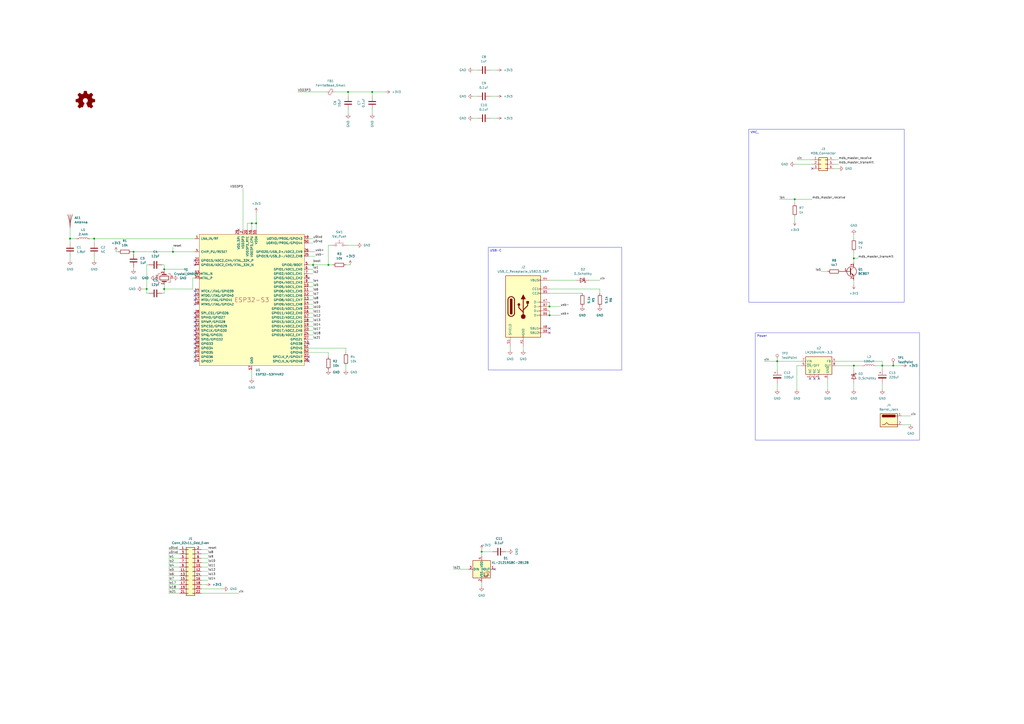
<source format=kicad_sch>
(kicad_sch (version 20250114) (generator "eeschema") (generator_version "9.0")
  (paper "A2")
  (lib_symbols
    (symbol "Connector:Barrel_Jack" (pin_names (offset 1.016))
      (property "Reference" "J" (at 0 5.334 0))
      (property "Value" "Barrel_Jack" (at 0 -5.08 0))
      (symbol "Barrel_Jack_1_1"
        (pin passive line (at 7.62 2.54 180) (length 2.54) (name "~") (number "1"))
        (pin passive line (at 7.62 -2.54 180) (length 2.54) (name "~") (number "2"))
      )
    )
    (symbol "Connector:TestPoint" (pin_numbers (hide yes)) (pin_names (offset 0.762) (hide yes))
      (property "Reference" "TP" (at 0 6.858 0))
      (property "Value" "TestPoint" (at 0 5.08 0))
      (symbol "TestPoint_1_1"
        (pin passive line (at 0 0 90) (length 2.54) (name "1") (number "1"))
      )
    )
    (symbol "Connector:USB_C_Receptacle_USB2.0_16P" (pin_names (offset 1.016))
      (property "Reference" "J" (at 0 22.225 0))
      (property "Value" "USB_C_Receptacle_USB2.0_16P" (at 0 19.685 0))
      (symbol "USB_C_Receptacle_USB2.0_16P_1_1"
        (pin passive line (at -7.62 -22.86 90) (length 5.08) (name "SHIELD") (number "S1"))
        (pin passive line (at 0 -22.86 90) (length 5.08) (name "GND") (number "A1"))
        (pin passive line (at 0 -22.86 90) (length 5.08) (hide yes) (name "GND") (number "A12"))
        (pin passive line (at 0 -22.86 90) (length 5.08) (hide yes) (name "GND") (number "B1"))
        (pin passive line (at 0 -22.86 90) (length 5.08) (hide yes) (name "GND") (number "B12"))
        (pin passive line (at 15.24 15.24 180) (length 5.08) (name "VBUS") (number "A4"))
        (pin passive line (at 15.24 15.24 180) (length 5.08) (hide yes) (name "VBUS") (number "A9"))
        (pin passive line (at 15.24 15.24 180) (length 5.08) (hide yes) (name "VBUS") (number "B4"))
        (pin passive line (at 15.24 15.24 180) (length 5.08) (hide yes) (name "VBUS") (number "B9"))
        (pin bidirectional line (at 15.24 10.16 180) (length 5.08) (name "CC1") (number "A5"))
        (pin bidirectional line (at 15.24 7.62 180) (length 5.08) (name "CC2") (number "B5"))
        (pin bidirectional line (at 15.24 2.54 180) (length 5.08) (name "D-") (number "A7"))
        (pin bidirectional line (at 15.24 0 180) (length 5.08) (name "D-") (number "B7"))
        (pin bidirectional line (at 15.24 -2.54 180) (length 5.08) (name "D+") (number "A6"))
        (pin bidirectional line (at 15.24 -5.08 180) (length 5.08) (name "D+") (number "B6"))
        (pin bidirectional line (at 15.24 -12.7 180) (length 5.08) (name "SBU1") (number "A8"))
        (pin bidirectional line (at 15.24 -15.24 180) (length 5.08) (name "SBU2") (number "B8"))
      )
    )
    (symbol "Connector_Generic:Conn_02x03_Top_Bottom" (pin_names (offset 1.016) (hide yes))
      (property "Reference" "J" (at 1.27 5.08 0))
      (property "Value" "Conn_02x03_Top_Bottom" (at 1.27 -5.08 0))
      (symbol "Conn_02x03_Top_Bottom_1_1"
        (pin passive line (at -5.08 2.54 0) (length 3.81) (name "Pin_1") (number "1"))
        (pin passive line (at -5.08 0 0) (length 3.81) (name "Pin_2") (number "2"))
        (pin passive line (at -5.08 -2.54 0) (length 3.81) (name "Pin_3") (number "3"))
        (pin passive line (at 7.62 2.54 180) (length 3.81) (name "Pin_4") (number "4"))
        (pin passive line (at 7.62 0 180) (length 3.81) (name "Pin_5") (number "5"))
        (pin passive line (at 7.62 -2.54 180) (length 3.81) (name "Pin_6") (number "6"))
      )
    )
    (symbol "Connector_Generic:Conn_02x11_Odd_Even" (pin_names (offset 1.016) (hide yes))
      (property "Reference" "J" (at 1.27 15.24 0))
      (property "Value" "Conn_02x11_Odd_Even" (at 1.27 -15.24 0))
      (symbol "Conn_02x11_Odd_Even_1_1"
        (pin passive line (at -5.08 12.7 0) (length 3.81) (name "Pin_1") (number "1"))
        (pin passive line (at -5.08 10.16 0) (length 3.81) (name "Pin_3") (number "3"))
        (pin passive line (at -5.08 7.62 0) (length 3.81) (name "Pin_5") (number "5"))
        (pin passive line (at -5.08 5.08 0) (length 3.81) (name "Pin_7") (number "7"))
        (pin passive line (at -5.08 2.54 0) (length 3.81) (name "Pin_9") (number "9"))
        (pin passive line (at -5.08 0 0) (length 3.81) (name "Pin_11") (number "11"))
        (pin passive line (at -5.08 -2.54 0) (length 3.81) (name "Pin_13") (number "13"))
        (pin passive line (at -5.08 -5.08 0) (length 3.81) (name "Pin_15") (number "15"))
        (pin passive line (at -5.08 -7.62 0) (length 3.81) (name "Pin_17") (number "17"))
        (pin passive line (at -5.08 -10.16 0) (length 3.81) (name "Pin_19") (number "19"))
        (pin passive line (at -5.08 -12.7 0) (length 3.81) (name "Pin_21") (number "21"))
        (pin passive line (at 7.62 12.7 180) (length 3.81) (name "Pin_2") (number "2"))
        (pin passive line (at 7.62 10.16 180) (length 3.81) (name "Pin_4") (number "4"))
        (pin passive line (at 7.62 7.62 180) (length 3.81) (name "Pin_6") (number "6"))
        (pin passive line (at 7.62 5.08 180) (length 3.81) (name "Pin_8") (number "8"))
        (pin passive line (at 7.62 2.54 180) (length 3.81) (name "Pin_10") (number "10"))
        (pin passive line (at 7.62 0 180) (length 3.81) (name "Pin_12") (number "12"))
        (pin passive line (at 7.62 -2.54 180) (length 3.81) (name "Pin_14") (number "14"))
        (pin passive line (at 7.62 -5.08 180) (length 3.81) (name "Pin_16") (number "16"))
        (pin passive line (at 7.62 -7.62 180) (length 3.81) (name "Pin_18") (number "18"))
        (pin passive line (at 7.62 -10.16 180) (length 3.81) (name "Pin_20") (number "20"))
        (pin passive line (at 7.62 -12.7 180) (length 3.81) (name "Pin_22") (number "22"))
      )
    )
    (symbol "Device:Antenna" (pin_numbers (hide yes)) (pin_names (offset 1.016) (hide yes))
      (property "Reference" "AE" (at -1.905 1.905 0))
      (property "Value" "Antenna" (at -1.905 0 0))
      (symbol "Antenna_1_1"
        (pin input line (at 0 -5.08 90) (length 2.54) (name "A") (number "1"))
      )
    )
    (symbol "Device:C" (pin_numbers (hide yes)) (pin_names (offset 0.254))
      (property "Reference" "C" (at 0.635 2.54 0))
      (property "Value" "C" (at 0.635 -2.54 0))
      (symbol "C_1_1"
        (pin passive line (at 0 3.81 270) (length 2.794) (name "~") (number "1"))
        (pin passive line (at 0 -3.81 90) (length 2.794) (name "~") (number "2"))
      )
    )
    (symbol "Device:C_Polarized" (pin_numbers (hide yes)) (pin_names (offset 0.254))
      (property "Reference" "C" (at 0.635 2.54 0))
      (property "Value" "C_Polarized" (at 0.635 -2.54 0))
      (symbol "C_Polarized_1_1"
        (pin passive line (at 0 3.81 270) (length 2.794) (name "~") (number "1"))
        (pin passive line (at 0 -3.81 90) (length 2.794) (name "~") (number "2"))
      )
    )
    (symbol "Device:Crystal_GND24" (pin_names (offset 1.016) (hide yes))
      (property "Reference" "Y" (at 3.175 5.08 0))
      (property "Value" "Crystal_GND24" (at 3.175 3.175 0))
      (symbol "Crystal_GND24_1_1"
        (pin passive line (at -3.81 0 0) (length 1.27) (name "1") (number "1"))
        (pin passive line (at 0 5.08 270) (length 1.27) (name "2") (number "2"))
        (pin passive line (at 0 -5.08 90) (length 1.27) (name "4") (number "4"))
        (pin passive line (at 3.81 0 180) (length 1.27) (name "3") (number "3"))
      )
    )
    (symbol "Device:D_Schottky" (pin_numbers (hide yes)) (pin_names (offset 1.016) (hide yes))
      (property "Reference" "D" (at 0 2.54 0))
      (property "Value" "D_Schottky" (at 0 -2.54 0))
      (symbol "D_Schottky_1_1"
        (pin passive line (at -3.81 0 0) (length 2.54) (name "K") (number "1"))
        (pin passive line (at 3.81 0 180) (length 2.54) (name "A") (number "2"))
      )
    )
    (symbol "Device:FerriteBead_Small" (pin_numbers (hide yes)) (pin_names (offset 0))
      (property "Reference" "FB" (at 1.905 1.27 0))
      (property "Value" "FerriteBead_Small" (at 1.905 -1.27 0))
      (symbol "FerriteBead_Small_1_1"
        (pin passive line (at 0 2.54 270) (length 1.27) (name "~") (number "1"))
        (pin passive line (at 0 -2.54 90) (length 1.27) (name "~") (number "2"))
      )
    )
    (symbol "Device:L" (pin_numbers (hide yes)) (pin_names (offset 1.016) (hide yes))
      (property "Reference" "L" (at -1.27 0 90))
      (property "Value" "L" (at 1.905 0 90))
      (symbol "L_1_1"
        (pin passive line (at 0 3.81 270) (length 1.27) (name "1") (number "1"))
        (pin passive line (at 0 -3.81 90) (length 1.27) (name "2") (number "2"))
      )
    )
    (symbol "Device:R" (pin_numbers (hide yes)) (pin_names (offset 0))
      (property "Reference" "R" (at 2.032 0 90))
      (property "Value" "R" (at 0 0 90))
      (symbol "R_1_1"
        (pin passive line (at 0 3.81 270) (length 1.27) (name "~") (number "1"))
        (pin passive line (at 0 -3.81 90) (length 1.27) (name "~") (number "2"))
      )
    )
    (symbol "Graphic:Logo_Open_Hardware_Small" (in_bom no) (on_board no))
    (symbol "LED:WS2812B-2020" (pin_names (offset 0.254))
      (property "Reference" "D" (at 5.08 5.715 0))
      (property "Value" "WS2812B-2020" (at 1.27 -5.715 0))
      (symbol "WS2812B-2020_0_0"
        (text "RGB" (at 2.286 -4.191 0) (effects (font (size 0.762 0.762))))
      )
      (symbol "WS2812B-2020_1_1"
        (pin input line (at -7.62 0 0) (length 2.54) (name "DIN") (number "3"))
        (pin power_in line (at 0 7.62 270) (length 2.54) (name "VDD") (number "4"))
        (pin power_in line (at 0 -7.62 90) (length 2.54) (name "VSS") (number "2"))
        (pin output line (at 7.62 0 180) (length 2.54) (name "DOUT") (number "1"))
      )
    )
    (symbol "PCM_Espressif:ESP32-S3" (pin_names (offset 1.016))
      (property "Reference" "U" (at -30.48 43.18 0))
      (property "Value" "ESP32-S3" (at -30.48 40.64 0))
      (symbol "ESP32-S3_0_0"
        (text "ESP32-S3" (at 0 0 0) (effects (font (size 2.54 2.54))))
        (pin bidirectional line (at 33.02 -33.02 180) (length 2.54) (name "SPICLK_P/GPIO47") (number "37"))
        (pin bidirectional line (at 33.02 -35.56 180) (length 2.54) (name "SPICLK_N/GPIO48") (number "36"))
      )
      (symbol "ESP32-S3_1_1"
        (pin bidirectional line (at -33.02 35.56 0) (length 2.54) (name "LNA_IN/RF") (number "1"))
        (pin input line (at -33.02 27.94 0) (length 2.54) (name "CHIP_PU/RESET") (number "4"))
        (pin bidirectional line (at -33.02 22.86 0) (length 2.54) (name "GPIO15/ADC2_CH4/XTAL_32K_P") (number "21"))
        (pin bidirectional line (at -33.02 20.32 0) (length 2.54) (name "GPIO16/ADC2_CH5/XTAL_32K_N") (number "22"))
        (pin input clock (at -33.02 15.24 0) (length 2.54) (name "XTAL_N") (number "53"))
        (pin output clock (at -33.02 12.7 0) (length 2.54) (name "XTAL_P") (number "54"))
        (pin bidirectional line (at -33.02 5.08 0) (length 2.54) (name "MTCK/JTAG/GPIO39") (number "44"))
        (pin bidirectional line (at -33.02 2.54 0) (length 2.54) (name "MTDO/JTAG/GPIO40") (number "45"))
        (pin bidirectional line (at -33.02 0 0) (length 2.54) (name "MTDI/JTAG/GPIO41") (number "47"))
        (pin bidirectional line (at -33.02 -2.54 0) (length 2.54) (name "MTMS/JTAG/GPIO42") (number "48"))
        (pin bidirectional line (at -33.02 -7.62 0) (length 2.54) (name "SPI_CS1/GPIO26") (number "28"))
        (pin bidirectional line (at -33.02 -10.16 0) (length 2.54) (name "SPIHD/GPIO27") (number "30"))
        (pin bidirectional line (at -33.02 -12.7 0) (length 2.54) (name "SPIWP/GPIO28") (number "31"))
        (pin bidirectional line (at -33.02 -15.24 0) (length 2.54) (name "SPICS0/GPIO29") (number "32"))
        (pin bidirectional line (at -33.02 -17.78 0) (length 2.54) (name "SPICLK/GPIO30") (number "33"))
        (pin bidirectional line (at -33.02 -20.32 0) (length 2.54) (name "SPIQ/GPIO31") (number "34"))
        (pin bidirectional line (at -33.02 -22.86 0) (length 2.54) (name "SPID/GPIO32") (number "35"))
        (pin bidirectional line (at -33.02 -25.4 0) (length 2.54) (name "GPIO33") (number "38"))
        (pin bidirectional line (at -33.02 -27.94 0) (length 2.54) (name "GPIO34") (number "39"))
        (pin bidirectional line (at -33.02 -30.48 0) (length 2.54) (name "GPIO35") (number "40"))
        (pin bidirectional line (at -33.02 -33.02 0) (length 2.54) (name "GPIO36") (number "41"))
        (pin bidirectional line (at -33.02 -35.56 0) (length 2.54) (name "GPIO37") (number "42"))
        (pin power_out line (at -7.62 40.64 270) (length 2.54) (name "VDD_SPI") (number "29"))
        (pin power_in line (at -5.08 40.64 270) (length 2.54) (name "VDD3P3") (number "2"))
        (pin power_in line (at -5.08 40.64 270) (length 2.54) (hide yes) (name "VDD3P3") (number "3"))
        (pin power_in line (at -2.54 40.64 270) (length 2.54) (name "VDD3P3_RTC") (number "20"))
        (pin power_in line (at 0 40.64 270) (length 2.54) (name "VDD3P3_CPU") (number "46"))
        (pin power_in line (at 0 -40.64 90) (length 2.54) (name "GND") (number "57"))
        (pin power_in line (at 2.54 40.64 270) (length 2.54) (name "VDDA") (number "55"))
        (pin passive line (at 2.54 40.64 270) (length 2.54) (hide yes) (name "VDDA") (number "56"))
        (pin bidirectional line (at 33.02 35.56 180) (length 2.54) (name "U0TXD/PROG/GPIO43") (number "49"))
        (pin bidirectional line (at 33.02 33.02 180) (length 2.54) (name "U0RXD/PROG/GPIO44") (number "50"))
        (pin bidirectional line (at 33.02 27.94 180) (length 2.54) (name "GPIO20/USB_D+/ADC2_CH9") (number "26"))
        (pin bidirectional line (at 33.02 25.4 180) (length 2.54) (name "GPIO19/USB_D-/ADC2_CH8") (number "25"))
        (pin bidirectional line (at 33.02 20.32 180) (length 2.54) (name "GPIO0/BOOT") (number "5"))
        (pin bidirectional line (at 33.02 17.78 180) (length 2.54) (name "GPIO1/ADC1_CH0") (number "6"))
        (pin bidirectional line (at 33.02 15.24 180) (length 2.54) (name "GPIO2/ADC1_CH1") (number "7"))
        (pin bidirectional line (at 33.02 12.7 180) (length 2.54) (name "GPIO3/ADC1_CH2") (number "8"))
        (pin bidirectional line (at 33.02 10.16 180) (length 2.54) (name "GPIO4/ADC1_CH3") (number "9"))
        (pin bidirectional line (at 33.02 7.62 180) (length 2.54) (name "GPIO5/ADC1_CH4") (number "10"))
        (pin bidirectional line (at 33.02 5.08 180) (length 2.54) (name "GPIO6/ADC1_CH5") (number "11"))
        (pin bidirectional line (at 33.02 2.54 180) (length 2.54) (name "GPIO7/ADC1_CH6") (number "12"))
        (pin bidirectional line (at 33.02 0 180) (length 2.54) (name "GPIO8/ADC1_CH7") (number "13"))
        (pin bidirectional line (at 33.02 -2.54 180) (length 2.54) (name "GPIO9/ADC1_CH8") (number "14"))
        (pin bidirectional line (at 33.02 -5.08 180) (length 2.54) (name "GPIO10/ADC1_CH9") (number "15"))
        (pin bidirectional line (at 33.02 -7.62 180) (length 2.54) (name "GPIO11/ADC2_CH0") (number "16"))
        (pin bidirectional line (at 33.02 -10.16 180) (length 2.54) (name "GPIO12/ADC2_CH1") (number "17"))
        (pin bidirectional line (at 33.02 -12.7 180) (length 2.54) (name "GPIO13/ADC2_CH2") (number "18"))
        (pin bidirectional line (at 33.02 -15.24 180) (length 2.54) (name "GPIO14/ADC2_CH3") (number "19"))
        (pin bidirectional line (at 33.02 -17.78 180) (length 2.54) (name "GPIO17/ADC2_CH6") (number "23"))
        (pin bidirectional line (at 33.02 -20.32 180) (length 2.54) (name "GPIO18/ADC2_CH7") (number "24"))
        (pin bidirectional line (at 33.02 -22.86 180) (length 2.54) (name "GPIO21") (number "27"))
        (pin bidirectional line (at 33.02 -25.4 180) (length 2.54) (name "GPIO38") (number "43"))
        (pin bidirectional line (at 33.02 -27.94 180) (length 2.54) (name "GPIO45") (number "51"))
        (pin bidirectional line (at 33.02 -30.48 180) (length 2.54) (name "GPIO46") (number "52"))
      )
    )
    (symbol "Regulator_Switching:LM2594HVM-3.3"
      (property "Reference" "U" (at -7.62 6.35 0))
      (property "Value" "LM2594HVM-3.3" (at 0 6.35 0))
      (symbol "LM2594HVM-3.3_1_1"
        (pin power_in line (at -10.16 2.54 0) (length 2.54) (name "VIN") (number "7"))
        (pin input line (at -10.16 0 0) (length 2.54) (name "~{ON}/OFF") (number "5"))
        (pin passive line (at -5.08 -7.62 90) (length 2.54) (name "NC") (number "1"))
        (pin passive line (at -2.54 -7.62 90) (length 2.54) (name "NC") (number "2"))
        (pin passive line (at 0 -7.62 90) (length 2.54) (name "NC") (number "3"))
        (pin power_in line (at 5.08 -7.62 90) (length 2.54) (name "GND") (number "6"))
        (pin input line (at 10.16 2.54 180) (length 2.54) (name "FB") (number "4"))
        (pin output line (at 10.16 0 180) (length 2.54) (name "OUT") (number "8"))
      )
    )
    (symbol "Switch:SW_Push" (pin_numbers (hide yes)) (pin_names (offset 1.016) (hide yes))
      (property "Reference" "SW" (at 1.27 2.54 0))
      (property "Value" "SW_Push" (at 0 -1.524 0))
      (symbol "SW_Push_0_1"
        (pin passive line (at -5.08 0 0) (length 2.54) (name "1") (number "1"))
        (pin passive line (at 5.08 0 180) (length 2.54) (name "2") (number "2"))
      )
    )
    (symbol "Transistor_BJT:BC807" (pin_names (offset 0) (hide yes))
      (property "Reference" "Q" (at 5.08 1.905 0))
      (property "Value" "BC807" (at 5.08 0 0))
      (symbol "BC807_1_1"
        (pin input line (at -5.08 0 0) (length 5.715) (name "B") (number "1"))
        (pin passive line (at 2.54 5.08 270) (length 2.54) (name "C") (number "3"))
        (pin passive line (at 2.54 -5.08 90) (length 2.54) (name "E") (number "2"))
      )
    )
    (symbol "power:+3V3" (power) (pin_names (offset 0))
      (property "Value" "+3V3" (at 0 3.556 0))
      (symbol "+3V3_1_1"
        (pin power_in line (at 0 0 90) (length 0) (hide yes) (name "+3V3") (number "1"))
      )
    )
    (symbol "power:GND" (power) (pin_names (offset 0))
      (property "Value" "GND" (at 0 -3.81 0))
      (symbol "GND_1_1"
        (pin power_in line (at 0 0 270) (length 0) (hide yes) (name "GND") (number "1"))
      )
    )
  )
  (text_box "Power" (at 438.15 193.04 0) (size 95.25 62.23) (margins 0.9525 0.9525 0.9525 0.9525) (effects (font (size 1.27 1.27)) (justify left top)))
  (text_box "VMC_" (at 434.34 74.93 0) (size 90.17 100.33) (margins 0.9525 0.9525 0.9525 0.9525) (effects (font (size 1.27 1.27)) (justify left top)))
  (text_box "USB-C" (at 283.21 143.51 0) (size 77.47 71.12) (margins 0.9525 0.9525 0.9525 0.9525) (effects (font (size 1.27 1.27)) (justify left top)))
  (junction (at 279.4 320.04))
  (junction (at 95.25 167.64))
  (junction (at 450.85 209.55))
  (junction (at 148.59 129.54))
  (junction (at 215.9 53.34))
  (junction (at 95.25 156.21))
  (junction (at 318.77 177.8))
  (junction (at 511.81 212.09))
  (junction (at 518.16 212.09))
  (junction (at 100.33 146.05))
  (junction (at 77.47 146.05))
  (junction (at 146.05 129.54))
  (junction (at 190.5 153.67))
  (junction (at 85.09 167.64))
  (junction (at 495.3 212.09))
  (junction (at 54.61 138.43))
  (junction (at 318.77 182.88))
  (junction (at 40.64 138.43))
  (junction (at 181.61 153.67))
  (junction (at 495.3 149.86))
  (junction (at 201.93 53.34))
  (junction (at 461.01 115.57))
  (no_connect (at 113.03 207.01))
  (no_connect (at 471.17 97.79))
  (no_connect (at 113.03 171.45))
  (no_connect (at 113.03 196.85))
  (no_connect (at 179.07 207.01))
  (no_connect (at 113.03 194.31))
  (no_connect (at 179.07 209.55))
  (no_connect (at 113.03 173.99))
  (no_connect (at 113.03 168.91))
  (no_connect (at 318.77 190.5))
  (no_connect (at 113.03 204.47))
  (no_connect (at 113.03 189.23))
  (no_connect (at 318.77 193.04))
  (no_connect (at 113.03 201.93))
  (no_connect (at 287.02 330.2))
  (no_connect (at 113.03 209.55))
  (no_connect (at 179.07 199.39))
  (no_connect (at 113.03 181.61))
  (no_connect (at 113.03 191.77))
  (no_connect (at 469.9 219.71))
  (no_connect (at 179.07 161.29))
  (no_connect (at 113.03 151.13))
  (no_connect (at 113.03 153.67))
  (no_connect (at 138.43 133.35))
  (no_connect (at 113.03 184.15))
  (no_connect (at 113.03 186.69))
  (no_connect (at 113.03 199.39))
  (no_connect (at 113.03 176.53))
  (no_connect (at 472.44 219.71))
  (no_connect (at 474.98 219.71))
  (wire (pts (xy 495.3 146.05) (xy 495.3 149.86)))
  (wire (pts (xy 295.91 200.66) (xy 295.91 203.2)))
  (wire (pts (xy 274.32 40.64) (xy 276.86 40.64)))
  (wire (pts (xy 77.47 146.05) (xy 100.33 146.05)))
  (wire (pts (xy 179.07 194.31) (xy 181.61 194.31)))
  (wire (pts (xy 318.77 177.8) (xy 325.12 177.8)))
  (wire (pts (xy 100.33 143.51) (xy 100.33 146.05)))
  (wire (pts (xy 443.23 209.55) (xy 450.85 209.55)))
  (wire (pts (xy 200.66 212.09) (xy 200.66 214.63)))
  (wire (pts (xy 511.81 226.06) (xy 511.81 222.25)))
  (wire (pts (xy 40.64 132.08) (xy 40.64 138.43)))
  (wire (pts (xy 54.61 151.13) (xy 54.61 148.59)))
  (wire (pts (xy 85.09 153.67) (xy 85.09 167.64)))
  (wire (pts (xy 318.77 180.34) (xy 318.77 182.88)))
  (wire (pts (xy 120.65 336.55) (xy 116.84 336.55)))
  (wire (pts (xy 172.72 53.34) (xy 189.23 53.34)))
  (wire (pts (xy 95.25 167.64) (xy 95.25 165.1)))
  (wire (pts (xy 97.79 318.77) (xy 104.14 318.77)))
  (wire (pts (xy 288.29 55.88) (xy 284.48 55.88)))
  (wire (pts (xy 120.65 334.01) (xy 116.84 334.01)))
  (wire (pts (xy 143.51 133.35) (xy 143.51 129.54)))
  (wire (pts (xy 179.07 156.21) (xy 181.61 156.21)))
  (wire (pts (xy 54.61 138.43) (xy 52.07 138.43)))
  (wire (pts (xy 318.77 170.18) (xy 337.82 170.18)))
  (wire (pts (xy 181.61 152.4) (xy 181.61 153.67)))
  (wire (pts (xy 54.61 138.43) (xy 113.03 138.43)))
  (wire (pts (xy 495.3 149.86) (xy 495.3 152.4)))
  (wire (pts (xy 223.52 53.34) (xy 215.9 53.34)))
  (wire (pts (xy 476.25 157.48) (xy 480.06 157.48)))
  (wire (pts (xy 288.29 40.64) (xy 284.48 40.64)))
  (wire (pts (xy 146.05 129.54) (xy 148.59 129.54)))
  (wire (pts (xy 97.79 341.63) (xy 104.14 341.63)))
  (wire (pts (xy 497.84 149.86) (xy 495.3 149.86)))
  (wire (pts (xy 462.28 226.06) (xy 462.28 212.09)))
  (wire (pts (xy 179.07 146.05) (xy 182.88 146.05)))
  (wire (pts (xy 341.63 162.56) (xy 347.98 162.56)))
  (wire (pts (xy 483.87 95.25) (xy 486.41 95.25)))
  (wire (pts (xy 279.4 320.04) (xy 279.4 322.58)))
  (wire (pts (xy 523.24 212.09) (xy 518.16 212.09)))
  (wire (pts (xy 95.25 167.64) (xy 111.76 167.64)))
  (wire (pts (xy 179.07 163.83) (xy 181.61 163.83)))
  (wire (pts (xy 111.76 167.64) (xy 111.76 161.29)))
  (wire (pts (xy 97.79 339.09) (xy 104.14 339.09)))
  (wire (pts (xy 462.28 92.71) (xy 471.17 92.71)))
  (wire (pts (xy 279.4 318.77) (xy 279.4 320.04)))
  (wire (pts (xy 450.85 209.55) (xy 464.82 209.55)))
  (wire (pts (xy 274.32 68.58) (xy 276.86 68.58)))
  (wire (pts (xy 450.85 226.06) (xy 450.85 222.25)))
  (wire (pts (xy 318.77 167.64) (xy 347.98 167.64)))
  (wire (pts (xy 116.84 339.09) (xy 119.38 339.09)))
  (wire (pts (xy 485.14 209.55) (xy 511.81 209.55)))
  (wire (pts (xy 120.65 326.39) (xy 116.84 326.39)))
  (wire (pts (xy 201.93 53.34) (xy 201.93 55.88)))
  (wire (pts (xy 191.77 142.24) (xy 190.5 142.24)))
  (wire (pts (xy 511.81 209.55) (xy 511.81 212.09)))
  (wire (pts (xy 450.85 214.63) (xy 450.85 209.55)))
  (wire (pts (xy 528.32 246.38) (xy 523.24 246.38)))
  (wire (pts (xy 97.79 336.55) (xy 104.14 336.55)))
  (wire (pts (xy 40.64 151.13) (xy 40.64 148.59)))
  (wire (pts (xy 40.64 138.43) (xy 44.45 138.43)))
  (wire (pts (xy 77.47 156.21) (xy 77.47 154.94)))
  (wire (pts (xy 129.54 341.63) (xy 116.84 341.63)))
  (wire (pts (xy 82.55 167.64) (xy 85.09 167.64)))
  (wire (pts (xy 201.93 66.04) (xy 201.93 63.5)))
  (wire (pts (xy 146.05 214.63) (xy 146.05 219.71)))
  (wire (pts (xy 262.89 330.2) (xy 271.78 330.2)))
  (wire (pts (xy 179.07 158.75) (xy 181.61 158.75)))
  (wire (pts (xy 200.66 153.67) (xy 203.2 153.67)))
  (wire (pts (xy 93.98 170.18) (xy 95.25 170.18)))
  (wire (pts (xy 95.25 157.48) (xy 95.25 156.21)))
  (wire (pts (xy 318.77 162.56) (xy 334.01 162.56)))
  (wire (pts (xy 461.01 118.11) (xy 461.01 115.57)))
  (wire (pts (xy 76.2 146.05) (xy 77.47 146.05)))
  (wire (pts (xy 143.51 129.54) (xy 146.05 129.54)))
  (wire (pts (xy 179.07 168.91) (xy 181.61 168.91)))
  (wire (pts (xy 215.9 53.34) (xy 201.93 53.34)))
  (wire (pts (xy 97.79 326.39) (xy 104.14 326.39)))
  (wire (pts (xy 146.05 133.35) (xy 146.05 129.54)))
  (wire (pts (xy 179.07 184.15) (xy 181.61 184.15)))
  (wire (pts (xy 179.07 140.97) (xy 181.61 140.97)))
  (wire (pts (xy 483.87 92.71) (xy 486.41 92.71)))
  (wire (pts (xy 77.47 147.32) (xy 77.47 146.05)))
  (wire (pts (xy 193.04 153.67) (xy 190.5 153.67)))
  (wire (pts (xy 495.3 222.25) (xy 495.3 226.06)))
  (wire (pts (xy 318.77 182.88) (xy 325.12 182.88)))
  (wire (pts (xy 97.79 334.01) (xy 104.14 334.01)))
  (wire (pts (xy 480.06 226.06) (xy 480.06 219.71)))
  (wire (pts (xy 179.07 196.85) (xy 181.61 196.85)))
  (wire (pts (xy 120.65 328.93) (xy 116.84 328.93)))
  (wire (pts (xy 120.65 321.31) (xy 116.84 321.31)))
  (wire (pts (xy 97.79 344.17) (xy 104.14 344.17)))
  (wire (pts (xy 179.07 204.47) (xy 190.5 204.47)))
  (wire (pts (xy 179.07 138.43) (xy 181.61 138.43)))
  (wire (pts (xy 95.25 170.18) (xy 95.25 167.64)))
  (wire (pts (xy 179.07 201.93) (xy 200.66 201.93)))
  (wire (pts (xy 40.64 140.97) (xy 40.64 138.43)))
  (wire (pts (xy 111.76 161.29) (xy 113.03 161.29)))
  (wire (pts (xy 120.65 331.47) (xy 116.84 331.47)))
  (wire (pts (xy 181.61 181.61) (xy 179.07 181.61)))
  (wire (pts (xy 179.07 176.53) (xy 181.61 176.53)))
  (wire (pts (xy 518.16 212.09) (xy 511.81 212.09)))
  (wire (pts (xy 274.32 55.88) (xy 276.86 55.88)))
  (wire (pts (xy 95.25 153.67) (xy 95.25 156.21)))
  (wire (pts (xy 100.33 146.05) (xy 113.03 146.05)))
  (wire (pts (xy 318.77 175.26) (xy 318.77 177.8)))
  (wire (pts (xy 461.01 115.57) (xy 452.12 115.57)))
  (wire (pts (xy 140.97 109.22) (xy 140.97 133.35)))
  (wire (pts (xy 93.98 153.67) (xy 95.25 153.67)))
  (wire (pts (xy 201.93 53.34) (xy 194.31 53.34)))
  (wire (pts (xy 294.64 320.04) (xy 293.37 320.04)))
  (wire (pts (xy 97.79 331.47) (xy 104.14 331.47)))
  (wire (pts (xy 85.09 170.18) (xy 86.36 170.18)))
  (wire (pts (xy 97.79 321.31) (xy 104.14 321.31)))
  (wire (pts (xy 179.07 171.45) (xy 181.61 171.45)))
  (wire (pts (xy 95.25 156.21) (xy 107.95 156.21)))
  (wire (pts (xy 179.07 166.37) (xy 181.61 166.37)))
  (wire (pts (xy 179.07 173.99) (xy 181.61 173.99)))
  (wire (pts (xy 495.3 214.63) (xy 495.3 212.09)))
  (wire (pts (xy 179.07 148.59) (xy 182.88 148.59)))
  (wire (pts (xy 288.29 68.58) (xy 284.48 68.58)))
  (wire (pts (xy 347.98 167.64) (xy 347.98 170.18)))
  (wire (pts (xy 190.5 142.24) (xy 190.5 153.67)))
  (wire (pts (xy 54.61 140.97) (xy 54.61 138.43)))
  (wire (pts (xy 179.07 179.07) (xy 181.61 179.07)))
  (wire (pts (xy 107.95 158.75) (xy 107.95 156.21)))
  (wire (pts (xy 85.09 167.64) (xy 85.09 170.18)))
  (wire (pts (xy 190.5 207.01) (xy 190.5 204.47)))
  (wire (pts (xy 179.07 191.77) (xy 181.61 191.77)))
  (wire (pts (xy 179.07 186.69) (xy 181.61 186.69)))
  (wire (pts (xy 511.81 212.09) (xy 508 212.09)))
  (wire (pts (xy 97.79 328.93) (xy 104.14 328.93)))
  (wire (pts (xy 120.65 318.77) (xy 116.84 318.77)))
  (wire (pts (xy 148.59 123.19) (xy 148.59 129.54)))
  (wire (pts (xy 215.9 66.04) (xy 215.9 63.5)))
  (wire (pts (xy 113.03 158.75) (xy 107.95 158.75)))
  (wire (pts (xy 528.32 241.3) (xy 523.24 241.3)))
  (wire (pts (xy 500.38 212.09) (xy 495.3 212.09)))
  (wire (pts (xy 461.01 128.27) (xy 461.01 125.73)))
  (wire (pts (xy 120.65 323.85) (xy 116.84 323.85)))
  (wire (pts (xy 303.53 203.2) (xy 303.53 200.66)))
  (wire (pts (xy 85.09 153.67) (xy 86.36 153.67)))
  (wire (pts (xy 511.81 214.63) (xy 511.81 212.09)))
  (wire (pts (xy 462.28 212.09) (xy 464.82 212.09)))
  (wire (pts (xy 179.07 153.67) (xy 181.61 153.67)))
  (wire (pts (xy 471.17 115.57) (xy 461.01 115.57)))
  (wire (pts (xy 483.87 97.79) (xy 486.41 97.79)))
  (wire (pts (xy 97.79 323.85) (xy 104.14 323.85)))
  (wire (pts (xy 279.4 340.36) (xy 279.4 337.82)))
  (wire (pts (xy 200.66 201.93) (xy 200.66 204.47)))
  (wire (pts (xy 495.3 212.09) (xy 485.14 212.09)))
  (wire (pts (xy 461.01 95.25) (xy 471.17 95.25)))
  (wire (pts (xy 285.75 320.04) (xy 279.4 320.04)))
  (wire (pts (xy 138.43 344.17) (xy 116.84 344.17)))
  (wire (pts (xy 215.9 53.34) (xy 215.9 55.88)))
  (wire (pts (xy 148.59 129.54) (xy 148.59 133.35)))
  (wire (pts (xy 68.58 146.05) (xy 67.31 146.05)))
  (wire (pts (xy 201.93 142.24) (xy 207.01 142.24)))
  (wire (pts (xy 495.3 165.1) (xy 495.3 162.56)))
  (wire (pts (xy 179.07 189.23) (xy 181.61 189.23)))
  (wire (pts (xy 181.61 153.67) (xy 190.5 153.67)))
  (wire (pts (xy 495.3 135.89) (xy 495.3 138.43)))
  (label "io1" (at 97.79 323.85 0))
  (label "mdb_master_receive" (at 471.17 115.57 0))
  (label "io8" (at 181.61 173.99 0))
  (label "io7" (at 181.61 171.45 0))
  (label "io18" (at 97.79 341.63 0))
  (label "io2" (at 97.79 326.39 0))
  (label "io17" (at 181.61 191.77 0))
  (label "io21" (at 262.89 330.2 0))
  (label "u0rxd" (at 97.79 321.31 0))
  (label "io13" (at 120.65 334.01 0))
  (label "io5" (at 476.25 157.48 180))
  (label "usb-" (at 182.88 148.59 0))
  (label "io18" (at 181.61 194.31 0))
  (label "io4" (at 97.79 328.93 0))
  (label "io2" (at 181.61 158.75 0))
  (label "vin" (at 138.43 344.17 0))
  (label "io17" (at 97.79 339.09 0))
  (label "vin" (at 528.32 241.3 0))
  (label "io10" (at 181.61 179.07 0))
  (label "usb-" (at 325.12 177.8 0))
  (label "io14" (at 181.61 189.23 0))
  (label "io6" (at 181.61 168.91 0))
  (label "io4" (at 452.12 115.57 0))
  (label "io5" (at 97.79 331.47 0))
  (label "io6" (at 97.79 334.01 0))
  (label "vin" (at 347.98 162.56 0))
  (label "io11" (at 181.61 181.61 0))
  (label "io9" (at 120.65 323.85 0))
  (label "reset" (at 120.65 318.77 0))
  (label "io8" (at 120.65 321.31 0))
  (label "io14" (at 120.65 336.55 0))
  (label "io11" (at 120.65 328.93 0))
  (label "VDD3P3" (at 140.97 109.22 180))
  (label "VDD3P3" (at 172.72 53.34 0))
  (label "vin" (at 443.23 209.55 0))
  (label "io4" (at 181.61 163.83 0))
  (label "usb+" (at 325.12 182.88 0))
  (label "u0rxd" (at 181.61 140.97 0))
  (label "io10" (at 120.65 326.39 0))
  (label "boot" (at 181.61 152.4 0))
  (label "reset" (at 100.33 143.51 0))
  (label "io5" (at 181.61 166.37 0))
  (label "usb+" (at 182.88 146.05 0))
  (label "io9" (at 181.61 176.53 0))
  (label "io21" (at 97.79 344.17 0))
  (label "mdb_master_transmit" (at 497.84 149.86 0))
  (label "io1" (at 181.61 156.21 0))
  (label "io12" (at 181.61 184.15 0))
  (label "io13" (at 181.61 186.69 0))
  (label "mdb_master_transmit" (at 486.41 95.25 0))
  (label "u0txd" (at 181.61 138.43 0))
  (label "mdb_master_receive" (at 486.41 92.71 0))
  (label "io21" (at 181.61 196.85 0))
  (label "io7" (at 97.79 336.55 0))
  (label "u0txd" (at 97.79 318.77 0))
  (label "vin" (at 462.28 92.71 0))
  (label "io12" (at 120.65 331.47 0))
  (symbol (lib_id "power:+3V3") (at 461.01 128.27 180) (unit 1)
    (property "Reference" "#PWR035" (effects (hide yes)))
    (property "Value" "+3V3" (at 461.01 133.35 0))
  )
  (symbol (lib_id "Connector_Generic:Conn_02x11_Odd_Even") (at 109.22 331.47 0) (unit 1)
    (property "Reference" "J1" (at 110.49 312.42 0))
    (property "Value" "Conn_02x11_Odd_Even" (at 110.49 314.96 0))
    (property "Footprint" "Connector_PinHeader_2.54mm:PinHeader_2x11_P2.54mm_Vertical" (effects (hide yes)))
    (property "Description" "Generic connector, double row, 02x11, odd/even pin numbering scheme (row 1 odd numbers, row 2 even numbers), script generated (kicad-library-utils/schlib/autogen/connector/)" (effects (hide yes)))
    (property "LCSC#" "C41375952" (effects (hide yes)))
  )
  (symbol (lib_id "Transistor_BJT:BC807") (at 492.76 157.48 0) (unit 1)
    (property "Reference" "Q1" (at 497.84 156.2099 0) (effects (justify left)))
    (property "Value" "BC807" (at 497.84 158.7499 0) (effects (justify left)))
    (property "Footprint" "Package_TO_SOT_SMD:SOT-23" (effects (hide yes)))
    (property "Datasheet" "https://www.onsemi.com/pub/Collateral/BC808-D.pdf" (effects (hide yes)))
    (property "Description" "0.8A Ic, 45V Vce, PNP Transistor, SOT-23" (effects (hide yes)))
  )
  (symbol (lib_id "power:+3V3") (at 119.38 339.09 270) (unit 1)
    (property "Reference" "#PWR09" (effects (hide yes)))
    (property "Value" "+3V3" (at 123.19 339.09 90) (effects (justify left)))
  )
  (symbol (lib_id "Connector:USB_C_Receptacle_USB2.0_16P") (at 303.53 177.8 0) (unit 1)
    (property "Reference" "J2" (at 303.53 154.94 0))
    (property "Value" "USB_C_Receptacle_USB2.0_16P" (at 303.53 157.48 0))
    (property "Footprint" "Connector_USB:USB_C_Receptacle_G-Switch_GT-USB-7010ASV" (effects (hide yes)))
    (property "Datasheet" "https://www.usb.org/sites/default/files/documents/usb_type-c.zip" (effects (hide yes)))
    (property "Description" "USB 2.0-only 16P Type-C Receptacle connector" (effects (hide yes)))
    (property "LCSC#" "C2988369" (effects (hide yes)))
  )
  (symbol (lib_id "power:GND") (at 129.54 341.63 90) (unit 1)
    (property "Reference" "#PWR010" (effects (hide yes)))
    (property "Value" "GND" (at 133.35 341.63 90) (effects (justify right)))
  )
  (symbol (lib_id "Device:C") (at 77.47 151.13 0) (unit 1)
    (property "Reference" "C3" (at 81.28 149.8599 0) (effects (justify left)))
    (property "Value" "1uF" (at 81.28 152.3999 0) (effects (justify left)))
    (property "Footprint" "Capacitor_SMD:C_0603_1608Metric" (effects (hide yes)))
    (property "LCSC#" "C6119849" (effects (hide yes)))
  )
  (symbol (lib_id "power:GND") (at 294.64 320.04 90) (unit 1)
    (property "Reference" "#PWR028" (effects (hide yes)))
    (property "Value" "GND" (at 299.72 320.04 0))
  )
  (symbol (lib_id "Device:R") (at 461.01 121.92 180) (unit 1)
    (property "Reference" "R7" (at 463.55 120.6499 0) (effects (justify right)))
    (property "Value" "1k" (at 463.55 123.1899 0) (effects (justify right)))
    (property "Footprint" "Resistor_SMD:R_0603_1608Metric" (effects (hide yes)))
    (property "Description" "Resistor" (effects (hide yes)))
  )
  (symbol (lib_id "Graphic:Logo_Open_Hardware_Small") (at 49.53 58.42 0) (unit 1) (exclude_from_sim yes) (in_bom no) (on_board no)
    (property "Reference" "#SYM1" (effects (hide yes)))
    (property "Value" "Logo_Open_Hardware_Small" (effects (hide yes)))
    (property "Footprint" "Symbol:OSHW-Logo2_14.6x12mm_SilkScreen" (effects (hide yes)))
    (property "Description" "Open Hardware logo, small" (effects (hide yes)))
  )
  (symbol (lib_id "power:+3V3") (at 148.59 123.19 0) (unit 1)
    (property "Reference" "#PWR012" (effects (hide yes)))
    (property "Value" "+3V3" (at 148.59 118.11 0))
  )
  (symbol (lib_id "power:GND") (at 146.05 219.71 0) (unit 1)
    (property "Reference" "#PWR011" (effects (hide yes)))
    (property "Value" "GND" (at 146.05 224.79 0))
  )
  (symbol (lib_id "power:GND") (at 480.06 226.06 0) (unit 1)
    (property "Reference" "#PWR037" (effects (hide yes)))
    (property "Value" "GND" (at 480.06 231.14 0))
  )
  (symbol (lib_id "Device:Antenna") (at 40.64 127 0) (unit 1) (in_bom no)
    (property "Reference" "AE1" (at 43.18 126.365 0) (effects (justify left)))
    (property "Value" "Antenna" (at 43.18 128.905 0) (effects (justify left)))
    (property "Footprint" "RF_Antenna:Texas_SWRA117D_2.4GHz_Left" (effects (hide yes)))
  )
  (symbol (lib_id "Device:R") (at 495.3 142.24 180) (unit 1)
    (property "Reference" "R9" (at 497.84 140.9699 0) (effects (justify right)))
    (property "Value" "1k" (at 497.84 143.5099 0) (effects (justify right)))
    (property "Footprint" "Resistor_SMD:R_0603_1608Metric" (effects (hide yes)))
    (property "Description" "Resistor" (effects (hide yes)))
  )
  (symbol (lib_id "power:GND") (at 486.41 97.79 90) (unit 1)
    (property "Reference" "#PWR038" (effects (hide yes)))
    (property "Value" "GND" (at 490.22 97.7899 90) (effects (justify right)))
  )
  (symbol (lib_id "Device:R") (at 347.98 173.99 0) (unit 1)
    (property "Reference" "R6" (at 354.33 173.99 90))
    (property "Value" "5.1k" (at 351.79 173.99 90))
    (property "Footprint" "Resistor_SMD:R_0603_1608Metric" (effects (hide yes)))
    (property "LCSC#" "C394543" (effects (hide yes)))
  )
  (symbol (lib_id "Device:R") (at 190.5 210.82 0) (unit 1)
    (property "Reference" "R2" (at 193.04 209.55 0) (effects (justify left)))
    (property "Value" "10k" (at 193.04 212.09 0) (effects (justify left)))
    (property "Footprint" "Resistor_SMD:R_0603_1608Metric" (effects (hide yes)))
    (property "LCSC#" "C98220" (effects (hide yes)))
  )
  (symbol (lib_id "power:GND") (at 100.33 161.29 90) (unit 1)
    (property "Reference" "#PWR08" (effects (hide yes)))
    (property "Value" "GND" (at 104.14 161.2899 90) (effects (justify right)))
  )
  (symbol (lib_id "power:GND") (at 295.91 203.2 0) (unit 1)
    (property "Reference" "#PWR029" (effects (hide yes)))
    (property "Value" "GND" (at 295.91 208.28 0))
  )
  (symbol (lib_id "Device:R") (at 337.82 173.99 0) (unit 1)
    (property "Reference" "R5" (at 344.17 173.99 90))
    (property "Value" "5.1k" (at 341.63 173.99 90))
    (property "Footprint" "Resistor_SMD:R_0603_1608Metric" (effects (hide yes)))
    (property "LCSC#" "C394543" (effects (hide yes)))
  )
  (symbol (lib_id "power:GND") (at 200.66 214.63 0) (unit 1)
    (property "Reference" "#PWR014" (effects (hide yes)))
    (property "Value" "GND" (at 203.2 215.9 0) (effects (justify left)))
  )
  (symbol (lib_id "Device:C") (at 54.61 144.78 180) (unit 1) (in_bom no)
    (property "Reference" "C2" (at 58.42 143.5099 0) (effects (justify right)))
    (property "Value" "NC" (at 58.42 146.0499 0) (effects (justify right)))
    (property "Footprint" "Capacitor_SMD:C_0603_1608Metric" (effects (hide yes)))
    (property "LCSC#" "C376773" (effects (hide yes)))
  )
  (symbol (lib_id "Device:R") (at 72.39 146.05 90) (unit 1)
    (property "Reference" "R1" (at 72.39 139.7 90))
    (property "Value" "10k" (at 72.39 142.24 90))
    (property "Footprint" "Resistor_SMD:R_0603_1608Metric" (effects (hide yes)))
    (property "LCSC#" "C98220" (effects (hide yes)))
  )
  (symbol (lib_id "power:+3V3") (at 288.29 40.64 270) (unit 1)
    (property "Reference" "#PWR025" (effects (hide yes)))
    (property "Value" "+3V3" (at 292.1 40.6399 90) (effects (justify left)))
  )
  (symbol (lib_id "Device:C") (at 215.9 59.69 180) (unit 1)
    (property "Reference" "C7" (at 208.28 59.69 90))
    (property "Value" "0.1uF" (at 210.82 59.69 90))
    (property "Footprint" "Capacitor_SMD:C_0603_1608Metric" (effects (hide yes)))
    (property "LCSC#" "C5137636" (effects (hide yes)))
  )
  (symbol (lib_id "Device:Crystal_GND24") (at 95.25 161.29 90) (unit 1)
    (property "Reference" "Y1" (at 107.95 156.3368 90))
    (property "Value" "Crystal_GND24" (at 107.95 158.8768 90))
    (property "Footprint" "Crystal:Crystal_SMD_3225-4Pin_3.2x2.5mm" (effects (hide yes)))
    (property "Description" "Four pin crystal, GND on pins 2 and 4" (effects (hide yes)))
    (property "LCSC#" "C7294599" (effects (hide yes)))
  )
  (symbol (lib_id "power:+3V3") (at 67.31 146.05 0) (unit 1)
    (property "Reference" "#PWR03" (effects (hide yes)))
    (property "Value" "+3V3" (at 67.31 140.97 0))
  )
  (symbol (lib_id "power:GND") (at 279.4 340.36 0) (unit 1)
    (property "Reference" "#PWR024" (effects (hide yes)))
    (property "Value" "GND" (at 279.4 345.44 0))
  )
  (symbol (lib_id "power:+3V3") (at 288.29 68.58 270) (unit 1)
    (property "Reference" "#PWR027" (effects (hide yes)))
    (property "Value" "+3V3" (at 292.1 68.5799 90) (effects (justify left)))
  )
  (symbol (lib_id "power:GND") (at 54.61 151.13 0) (unit 1)
    (property "Reference" "#PWR02" (effects (hide yes)))
    (property "Value" "GND" (at 54.61 156.21 0))
  )
  (symbol (lib_id "Connector:TestPoint") (at 450.85 209.55 0) (unit 1)
    (property "Reference" "TP2" (at 453.39 204.9779 0) (effects (justify left)))
    (property "Value" "TestPoint" (at 453.39 207.5179 0) (effects (justify left)))
    (property "Footprint" "TestPoint:TestPoint_Pad_D1.0mm" (effects (hide yes)))
    (property "Description" "test point" (effects (hide yes)))
  )
  (symbol (lib_id "Device:C") (at 201.93 59.69 180) (unit 1)
    (property "Reference" "C6" (at 194.31 59.69 90))
    (property "Value" "10uF" (at 196.85 59.69 90))
    (property "Footprint" "Capacitor_SMD:C_0603_1608Metric" (effects (hide yes)))
    (property "LCSC#" "C6119864" (effects (hide yes)))
  )
  (symbol (lib_id "power:GND") (at 274.32 68.58 270) (unit 1)
    (property "Reference" "#PWR022" (effects (hide yes)))
    (property "Value" "GND" (at 270.51 68.5799 90) (effects (justify right)))
  )
  (symbol (lib_id "power:GND") (at 215.9 66.04 0) (unit 1)
    (property "Reference" "#PWR018" (effects (hide yes)))
    (property "Value" "GND" (at 215.8999 69.85 90) (effects (justify right)))
  )
  (symbol (lib_id "Regulator_Switching:LM2594HVM-3.3") (at 474.98 212.09 0) (unit 1)
    (property "Reference" "U2" (at 474.98 201.93 0))
    (property "Value" "LM2594HVM-3.3" (at 474.98 204.47 0))
    (property "Footprint" "Package_SO:SOIC-8_3.9x4.9mm_P1.27mm" (effects (hide yes)))
    (property "Datasheet" "http://www.ti.com/lit/ds/symlink/lm2594.pdf" (effects (hide yes)))
    (property "Description" "3.3V, 0.5A SIMPLE SWITCHER® Step-Down Voltage Regulator, Maximum VIN 60V, SOIC-8" (effects (hide yes)))
    (property "LCSC#" "C18057294" (effects (hide yes)))
  )
  (symbol (lib_id "power:GND") (at 77.47 156.21 0) (unit 1)
    (property "Reference" "#PWR04" (effects (hide yes)))
    (property "Value" "GND" (at 77.47 161.29 0))
  )
  (symbol (lib_id "Device:C") (at 90.17 170.18 90) (unit 1)
    (property "Reference" "C5" (at 90.17 162.56 90))
    (property "Value" "12pF" (at 90.17 165.1 90))
    (property "Footprint" "Capacitor_SMD:C_0603_1608Metric" (effects (hide yes)))
    (property "LCSC#" "C363546" (effects (hide yes)))
  )
  (symbol (lib_id "power:+3V3") (at 495.3 165.1 180) (unit 1)
    (property "Reference" "#PWR040" (effects (hide yes)))
    (property "Value" "+3V3" (at 495.3 170.18 0))
  )
  (symbol (lib_id "Connector:TestPoint") (at 518.16 212.09 0) (unit 1)
    (property "Reference" "TP1" (at 520.7 207.5179 0) (effects (justify left)))
    (property "Value" "TestPoint" (at 520.7 210.0579 0) (effects (justify left)))
    (property "Footprint" "TestPoint:TestPoint_Pad_D1.0mm" (effects (hide yes)))
    (property "Description" "test point" (effects (hide yes)))
  )
  (symbol (lib_id "power:+3V3") (at 203.2 153.67 0) (unit 1)
    (property "Reference" "#PWR016" (effects (hide yes)))
    (property "Value" "+3V3" (at 203.2 148.59 0))
  )
  (symbol (lib_id "power:GND") (at 347.98 177.8 0) (unit 1)
    (property "Reference" "#PWR032" (effects (hide yes)))
    (property "Value" "GND" (at 347.98 182.88 0))
  )
  (symbol (lib_id "power:+3V3") (at 279.4 318.77 0) (unit 1)
    (property "Reference" "#PWR023" (effects (hide yes)))
    (property "Value" "+3V3" (at 279.4 316.23 0) (effects (justify left)))
  )
  (symbol (lib_id "Device:C_Polarized") (at 511.81 218.44 0) (unit 1)
    (property "Reference" "C13" (at 515.62 216.2809 0) (effects (justify left)))
    (property "Value" "220uF" (at 515.62 218.8209 0) (effects (justify left)))
    (property "Footprint" "Capacitor_Tantalum_SMD:CP_EIA-3528-21_Kemet-B" (effects (hide yes)))
    (property "Description" "Polarized capacitor" (effects (hide yes)))
    (property "LCSC#" "C30242" (effects (hide yes)))
  )
  (symbol (lib_id "Connector_Generic:Conn_02x03_Top_Bottom") (at 476.25 95.25 0) (unit 1)
    (property "Reference" "J3" (at 477.52 86.36 0))
    (property "Value" "MDB_Connector" (at 477.52 88.9 0))
    (property "Footprint" "Connector_Molex:Molex_Mini-Fit_Jr_5566-06A_2x03_P4.20mm_Vertical" (effects (hide yes)))
    (property "Description" "Generic connector, double row, 02x03, top/bottom pin numbering scheme (row 1: 1...pins_per_row, row2: pins_per_row+1 ... num_pins), script generated (kicad-library-utils/schlib/autogen/connector/)" (effects (hide yes)))
  )
  (symbol (lib_id "Device:L") (at 48.26 138.43 90) (unit 1)
    (property "Reference" "L1" (at 48.26 133.35 90))
    (property "Value" "2.4nh" (at 48.26 135.89 90))
    (property "Footprint" "Inductor_SMD:L_0603_1608Metric" (effects (hide yes)))
    (property "LCSC#" "C2042508" (effects (hide yes)))
  )
  (symbol (lib_id "Device:C") (at 40.64 144.78 180) (unit 1)
    (property "Reference" "C1" (at 44.45 143.5099 0) (effects (justify right)))
    (property "Value" "1.8pf" (at 44.45 146.0499 0) (effects (justify right)))
    (property "Footprint" "Capacitor_SMD:C_0603_1608Metric" (effects (hide yes)))
    (property "LCSC#" "C376773" (effects (hide yes)))
  )
  (symbol (lib_id "power:GND") (at 274.32 40.64 270) (unit 1)
    (property "Reference" "#PWR020" (effects (hide yes)))
    (property "Value" "GND" (at 270.51 40.6399 90) (effects (justify right)))
  )
  (symbol (lib_id "Device:D_Schottky") (at 337.82 162.56 180) (unit 1)
    (property "Reference" "D2" (at 338.1375 156.21 0))
    (property "Value" "D_Schottky" (at 338.1375 158.75 0))
    (property "Footprint" "Diode_SMD:D_SOD-123" (effects (hide yes)))
    (property "Description" "Schottky diode" (effects (hide yes)))
    (property "LCSC#" "C18195164" (effects (hide yes)))
  )
  (symbol (lib_id "power:+3V3") (at 523.24 212.09 270) (unit 1)
    (property "Reference" "#PWR043" (effects (hide yes)))
    (property "Value" "+3V3" (at 527.05 212.0899 90) (effects (justify left)))
  )
  (symbol (lib_id "power:GND") (at 495.3 135.89 180) (unit 1)
    (property "Reference" "#PWR039" (effects (hide yes)))
    (property "Value" "GND" (at 495.3 130.81 0))
  )
  (symbol (lib_id "power:GND") (at 337.82 177.8 0) (unit 1)
    (property "Reference" "#PWR031" (effects (hide yes)))
    (property "Value" "GND" (at 337.82 182.88 0))
  )
  (symbol (lib_id "Device:C") (at 280.67 68.58 90) (unit 1)
    (property "Reference" "C10" (at 280.67 60.96 90))
    (property "Value" "0.1uF" (at 280.67 63.5 90))
    (property "Footprint" "Capacitor_SMD:C_0603_1608Metric" (effects (hide yes)))
    (property "LCSC#" "C5137636" (effects (hide yes)))
  )
  (symbol (lib_id "Device:C") (at 90.17 153.67 90) (unit 1)
    (property "Reference" "C4" (at 90.17 146.05 90))
    (property "Value" "12pF" (at 90.17 148.59 90))
    (property "Footprint" "Capacitor_SMD:C_0603_1608Metric" (effects (hide yes)))
    (property "LCSC#" "C363546" (effects (hide yes)))
  )
  (symbol (lib_id "Device:R") (at 483.87 157.48 90) (unit 1)
    (property "Reference" "R8" (at 483.87 151.13 90))
    (property "Value" "4k7" (at 483.87 153.67 90))
    (property "Footprint" "Resistor_SMD:R_0603_1608Metric" (effects (hide yes)))
    (property "Description" "Resistor" (effects (hide yes)))
  )
  (symbol (lib_id "power:GND") (at 274.32 55.88 270) (unit 1)
    (property "Reference" "#PWR021" (effects (hide yes)))
    (property "Value" "GND" (at 270.51 55.8799 90) (effects (justify right)))
  )
  (symbol (lib_id "Switch:SW_Push") (at 196.85 142.24 0) (unit 1)
    (property "Reference" "SW1" (at 196.85 134.62 0))
    (property "Value" "SW_Push" (at 196.85 137.16 0))
    (property "Footprint" "Button_Switch_SMD:SW_Tactile_SPST_NO_Straight_CK_PTS636Sx25SMTRLFS" (effects (hide yes)))
    (property "LCSC#" "C42435421" (effects (hide yes)))
  )
  (symbol (lib_id "Device:D_Schottky") (at 495.3 218.44 270) (unit 1)
    (property "Reference" "D3" (at 497.84 216.8524 90) (effects (justify left)))
    (property "Value" "D_Schottky" (at 497.84 219.3924 90) (effects (justify left)))
    (property "Footprint" "Diode_SMD:D_SOD-123" (effects (hide yes)))
    (property "Description" "Schottky diode" (effects (hide yes)))
    (property "LCSC#" "C18195164" (effects (hide yes)))
  )
  (symbol (lib_id "Device:FerriteBead_Small") (at 191.77 53.34 90) (unit 1)
    (property "Reference" "FB1" (at 191.7319 46.99 90))
    (property "Value" "FerriteBead_Small" (at 191.7319 49.53 90))
    (property "Footprint" "Inductor_SMD:L_0603_1608Metric" (effects (hide yes)))
    (property "Description" "Ferrite bead, small symbol" (effects (hide yes)))
    (property "LCSC#" "C304319" (effects (hide yes)))
  )
  (symbol (lib_id "Device:L") (at 504.19 212.09 90) (unit 1)
    (property "Reference" "L2" (at 504.19 207.01 90))
    (property "Value" "100uH" (at 504.19 209.55 90))
    (property "Footprint" "Inductor_SMD:L_7.3x7.3_H3.5" (effects (hide yes)))
    (property "Description" "Inductor" (effects (hide yes)))
    (property "LCSC#" "C182195" (effects (hide yes)))
  )
  (symbol (lib_id "power:GND") (at 201.93 66.04 0) (unit 1)
    (property "Reference" "#PWR015" (effects (hide yes)))
    (property "Value" "GND" (at 201.9299 69.85 90) (effects (justify right)))
  )
  (symbol (lib_id "power:GND") (at 40.64 151.13 0) (unit 1)
    (property "Reference" "#PWR01" (effects (hide yes)))
    (property "Value" "GND" (at 40.64 156.21 0))
  )
  (symbol (lib_id "Device:C") (at 280.67 40.64 90) (unit 1)
    (property "Reference" "C8" (at 280.67 33.02 90))
    (property "Value" "1uF" (at 280.67 35.56 90))
    (property "Footprint" "Capacitor_SMD:C_0603_1608Metric" (effects (hide yes)))
    (property "LCSC#" "C6119849" (effects (hide yes)))
  )
  (symbol (lib_id "Device:C") (at 280.67 55.88 90) (unit 1)
    (property "Reference" "C9" (at 280.67 48.26 90))
    (property "Value" "0.1uF" (at 280.67 50.8 90))
    (property "Footprint" "Capacitor_SMD:C_0603_1608Metric" (effects (hide yes)))
    (property "LCSC#" "C5137636" (effects (hide yes)))
  )
  (symbol (lib_id "power:GND") (at 207.01 142.24 90) (unit 1)
    (property "Reference" "#PWR017" (effects (hide yes)))
    (property "Value" "GND" (at 210.82 142.2399 90) (effects (justify right)))
  )
  (symbol (lib_id "power:GND") (at 303.53 203.2 0) (unit 1)
    (property "Reference" "#PWR030" (effects (hide yes)))
    (property "Value" "GND" (at 303.53 208.28 0))
  )
  (symbol (lib_id "power:GND") (at 462.28 226.06 0) (unit 1)
    (property "Reference" "#PWR036" (effects (hide yes)))
    (property "Value" "GND" (at 462.28 231.14 0))
  )
  (symbol (lib_id "power:GND") (at 495.3 226.06 0) (unit 1)
    (property "Reference" "#PWR041" (effects (hide yes)))
    (property "Value" "GND" (at 495.3 231.14 0))
  )
  (symbol (lib_id "LED:WS2812B-2020") (at 279.4 330.2 0) (unit 1)
    (property "Reference" "D1" (at 293.37 323.7798 0))
    (property "Value" "XL-2121RGBC-2812B" (at 295.91 326.39 0))
    (property "Footprint" "LED_SMD:LED_WS2812B-2020_PLCC4_2.0x2.0mm" (effects (hide yes)))
    (property "Datasheet" "https://cdn-shop.adafruit.com/product-files/4684/4684_WS2812B-2020_V1.3_EN.pdf" (effects (hide yes)))
    (property "Description" "RGB LED with integrated controller, 2.0 x 2.0 mm, 12 mA" (effects (hide yes)))
    (property "LCSC#" "C5349957" (effects (hide yes)))
  )
  (symbol (lib_id "Connector:Barrel_Jack") (at 515.62 243.84 0) (unit 1)
    (property "Reference" "J4" (at 515.62 234.95 0))
    (property "Value" "Barrel_Jack" (at 515.62 237.49 0))
    (property "Footprint" "Connector_BarrelJack:BarrelJack_Horizontal" (effects (hide yes)))
    (property "Description" "DC Barrel Jack" (effects (hide yes)))
  )
  (symbol (lib_id "power:GND") (at 450.85 226.06 0) (unit 1)
    (property "Reference" "#PWR033" (effects (hide yes)))
    (property "Value" "GND" (at 450.85 231.14 0))
  )
  (symbol (lib_id "power:GND") (at 461.01 95.25 270) (unit 1)
    (property "Reference" "#PWR034" (effects (hide yes)))
    (property "Value" "GND" (at 457.2 95.2499 90) (effects (justify right)))
  )
  (symbol (lib_id "Device:C") (at 289.56 320.04 270) (unit 1)
    (property "Reference" "C11" (at 289.56 312.42 90))
    (property "Value" "0.1uF" (at 289.56 314.96 90))
    (property "Footprint" "Capacitor_SMD:C_0603_1608Metric" (effects (hide yes)))
    (property "LCSC#" "C5137636" (effects (hide yes)))
  )
  (symbol (lib_id "power:GND") (at 190.5 214.63 0) (unit 1)
    (property "Reference" "#PWR013" (effects (hide yes)))
    (property "Value" "GND" (at 193.04 215.9 0) (effects (justify left)))
  )
  (symbol (lib_id "Device:R") (at 196.85 153.67 90) (unit 1)
    (property "Reference" "R3" (at 196.85 147.32 90))
    (property "Value" "10k" (at 196.85 149.86 90))
    (property "Footprint" "Resistor_SMD:R_0603_1608Metric" (effects (hide yes)))
    (property "LCSC#" "C98220" (effects (hide yes)))
  )
  (symbol (lib_id "PCM_Espressif:ESP32-S3") (at 146.05 173.99 0) (unit 1)
    (property "Reference" "U1" (at 148.2441 214.63 0) (effects (justify left)))
    (property "Value" "ESP32-S3FH4R2" (at 148.2441 217.17 0) (effects (justify left)))
    (property "Footprint" "Package_DFN_QFN:QFN-56-1EP_7x7mm_P0.4mm_EP4x4mm" (effects (hide yes)))
    (property "Datasheet" "https://www.espressif.com/sites/default/files/documentation/esp32-s3_datasheet_en.pdf" (effects (hide yes)))
    (property "LCSC#" "C3013940" (effects (hide yes)))
  )
  (symbol (lib_id "Device:R") (at 200.66 208.28 0) (unit 1)
    (property "Reference" "R4" (at 203.2 207.01 0) (effects (justify left)))
    (property "Value" "10k" (at 203.2 209.55 0) (effects (justify left)))
    (property "Footprint" "Resistor_SMD:R_0603_1608Metric" (effects (hide yes)))
    (property "LCSC#" "C98220" (effects (hide yes)))
  )
  (symbol (lib_id "Device:C_Polarized") (at 450.85 218.44 0) (unit 1)
    (property "Reference" "C12" (at 454.66 216.2809 0) (effects (justify left)))
    (property "Value" "100uF" (at 454.66 218.8209 0) (effects (justify left)))
    (property "Footprint" "Capacitor_SMD:CP_Elec_6.3x5.8" (effects (hide yes)))
    (property "Description" "Polarized capacitor" (effects (hide yes)))
    (property "LCSC#" "C128464" (effects (hide yes)))
  )
  (symbol (lib_id "power:GND") (at 90.17 161.29 270) (unit 1)
    (property "Reference" "#PWR06" (effects (hide yes)))
    (property "Value" "GND" (at 86.36 161.29 90) (effects (justify right)))
  )
  (symbol (lib_id "power:GND") (at 528.32 246.38 0) (unit 1)
    (property "Reference" "#PWR044" (effects (hide yes)))
    (property "Value" "GND" (at 528.32 251.46 0))
  )
  (symbol (lib_id "power:GND") (at 82.55 167.64 270) (unit 1)
    (property "Reference" "#PWR05" (effects (hide yes)))
    (property "Value" "GND" (at 78.74 167.64 90) (effects (justify right)))
  )
  (symbol (lib_id "power:+3V3") (at 288.29 55.88 270) (unit 1)
    (property "Reference" "#PWR026" (effects (hide yes)))
    (property "Value" "+3V3" (at 292.1 55.8799 90) (effects (justify left)))
  )
  (symbol (lib_id "power:+3V3") (at 223.52 53.34 270) (unit 1)
    (property "Reference" "#PWR019" (effects (hide yes)))
    (property "Value" "+3V3" (at 227.33 53.3399 90) (effects (justify left)))
  )
  (symbol (lib_id "power:GND") (at 511.81 226.06 0) (unit 1)
    (property "Reference" "#PWR042" (effects (hide yes)))
    (property "Value" "GND" (at 511.81 231.14 0))
  )
)
</source>
